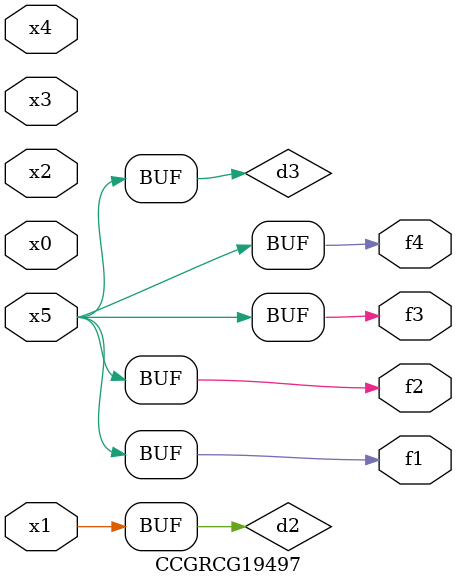
<source format=v>
module CCGRCG19497(
	input x0, x1, x2, x3, x4, x5,
	output f1, f2, f3, f4
);

	wire d1, d2, d3;

	not (d1, x5);
	or (d2, x1);
	xnor (d3, d1);
	assign f1 = d3;
	assign f2 = d3;
	assign f3 = d3;
	assign f4 = d3;
endmodule

</source>
